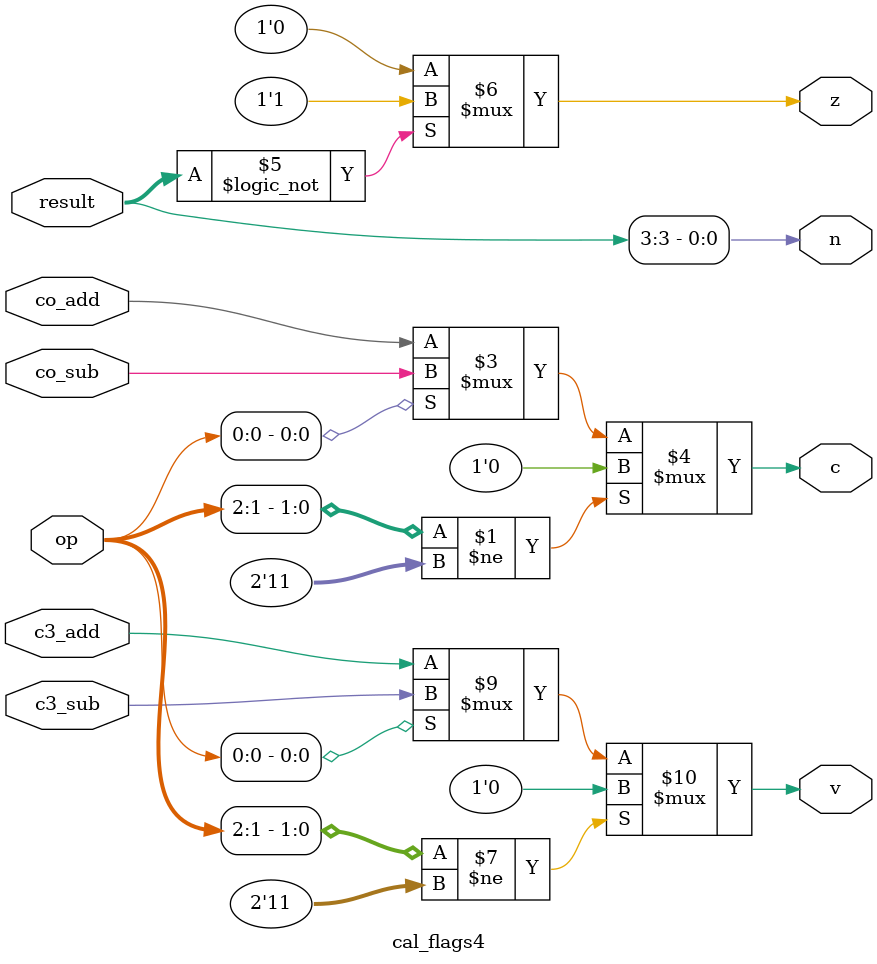
<source format=v>
module cal_flags4(op,result,co_add,c3_add,co_sub,c3_sub,c,n,z,v); // this module's goal is print c,n,z,v
	input [2:0] op; // define 3 bits input op 
	input [3:0] result; // define 4 bits input result
	input co_add, c3_add, co_sub, c3_sub; // define input co_add, c3_add, co_sub, c3_sub
	output c,n,z,v; // define output c,n,z,v
	
// c == carry out
// c = 110 -> co_add / c = 111 -> co_sub
assign c = (op[2:1] != 2'b11) ? 1'b0 : ((op[0] == 1'b0) ? co_add : co_sub);
// n == negative	
// sign bit of the result = result[3]
assign n = result[3];
// z == zero
// z = 1 means all bit is zero if there is even one zero, then z = 0
assign z = (result[3:0] == 4'b0000) ? 1'b1 : 1'b0; 
// v == overflow
// v = 110 -> c3_add / v = 111 -> c3_sub
assign v = (op[2:1] != 2'b11) ? 1'b0 : ((op[0] == 1'b0) ? c3_add : c3_sub);
	
	
endmodule // end of module
	
</source>
